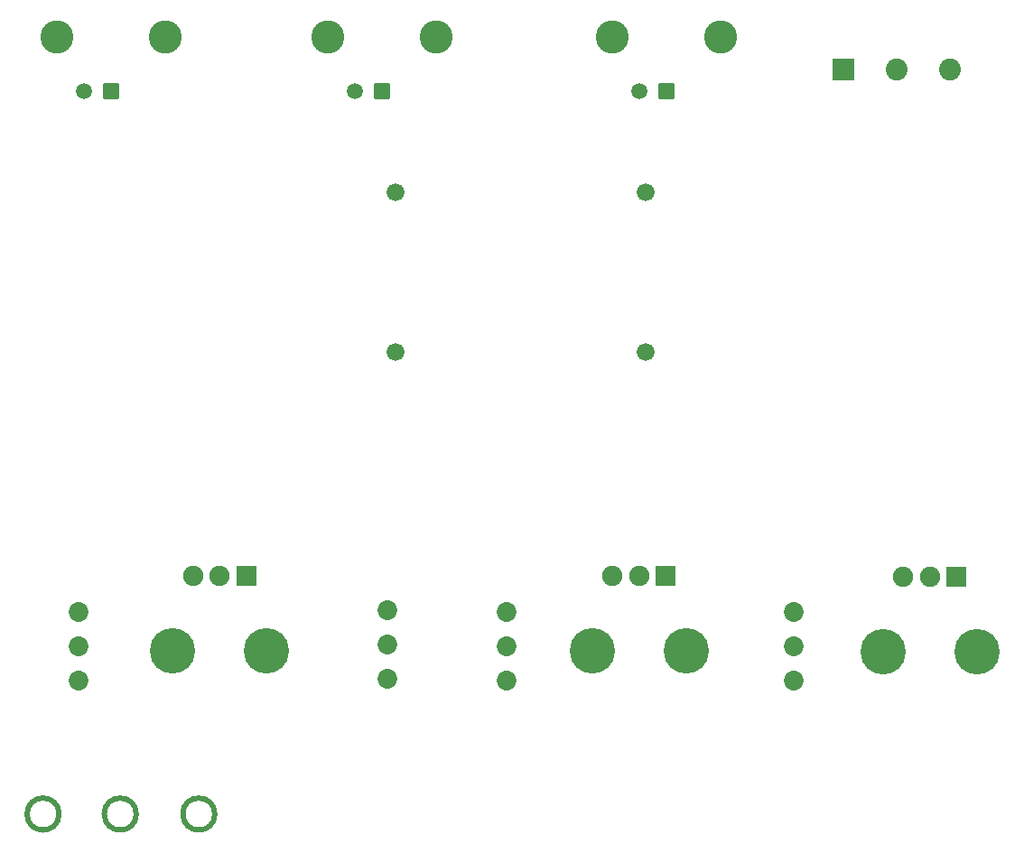
<source format=gbr>
%TF.GenerationSoftware,KiCad,Pcbnew,7.0.9*%
%TF.CreationDate,2024-05-07T07:23:08+02:00*%
%TF.ProjectId,ElectronicDuffing,456c6563-7472-46f6-9e69-634475666669,v 1.1*%
%TF.SameCoordinates,Original*%
%TF.FileFunction,Soldermask,Bot*%
%TF.FilePolarity,Negative*%
%FSLAX46Y46*%
G04 Gerber Fmt 4.6, Leading zero omitted, Abs format (unit mm)*
G04 Created by KiCad (PCBNEW 7.0.9) date 2024-05-07 07:23:08*
%MOMM*%
%LPD*%
G01*
G04 APERTURE LIST*
G04 Aperture macros list*
%AMRoundRect*
0 Rectangle with rounded corners*
0 $1 Rounding radius*
0 $2 $3 $4 $5 $6 $7 $8 $9 X,Y pos of 4 corners*
0 Add a 4 corners polygon primitive as box body*
4,1,4,$2,$3,$4,$5,$6,$7,$8,$9,$2,$3,0*
0 Add four circle primitives for the rounded corners*
1,1,$1+$1,$2,$3*
1,1,$1+$1,$4,$5*
1,1,$1+$1,$6,$7*
1,1,$1+$1,$8,$9*
0 Add four rect primitives between the rounded corners*
20,1,$1+$1,$2,$3,$4,$5,0*
20,1,$1+$1,$4,$5,$6,$7,0*
20,1,$1+$1,$6,$7,$8,$9,0*
20,1,$1+$1,$8,$9,$2,$3,0*%
G04 Aperture macros list end*
%ADD10C,0.500000*%
%ADD11RoundRect,0.050800X-0.975000X-0.975000X0.975000X-0.975000X0.975000X0.975000X-0.975000X0.975000X0*%
%ADD12C,2.051600*%
%ADD13RoundRect,0.050800X-0.700000X-0.700000X0.700000X-0.700000X0.700000X0.700000X-0.700000X0.700000X0*%
%ADD14C,1.501600*%
%ADD15C,3.101600*%
%ADD16C,1.851600*%
%ADD17C,1.676600*%
%ADD18RoundRect,0.050800X0.900000X0.900000X-0.900000X0.900000X-0.900000X-0.900000X0.900000X-0.900000X0*%
%ADD19C,1.901600*%
%ADD20C,4.256600*%
G04 APERTURE END LIST*
D10*
X63095000Y-154940000D02*
G75*
G03*
X63095000Y-154940000I-1500000J0D01*
G01*
X48490000Y-154940000D02*
G75*
G03*
X48490000Y-154940000I-1500000J0D01*
G01*
X55725475Y-154940000D02*
G75*
G03*
X55725475Y-154940000I-1500000J0D01*
G01*
D11*
%TO.C,J4*%
X122025000Y-85090000D03*
D12*
X127025000Y-85090000D03*
X132025000Y-85090000D03*
%TD*%
D13*
%TO.C,J3*%
X105410000Y-87120000D03*
D14*
X102870000Y-87120000D03*
D15*
X110490000Y-82040000D03*
X100330000Y-82040000D03*
%TD*%
D16*
%TO.C,S4*%
X79248000Y-135840000D03*
X79248000Y-139040000D03*
X79248000Y-142240000D03*
%TD*%
D13*
%TO.C,J1*%
X53340000Y-87120000D03*
D14*
X50800000Y-87120000D03*
D15*
X58420000Y-82040000D03*
X48260000Y-82040000D03*
%TD*%
D16*
%TO.C,S3*%
X117348000Y-135992000D03*
X117348000Y-139192000D03*
X117348000Y-142392000D03*
%TD*%
D17*
%TO.C,C2*%
X103505000Y-111640000D03*
X103505000Y-96640000D03*
%TD*%
D16*
%TO.C,S1*%
X50292000Y-135992000D03*
X50292000Y-139192000D03*
X50292000Y-142392000D03*
%TD*%
D17*
%TO.C,C1*%
X80010000Y-96640000D03*
X80010000Y-111640000D03*
%TD*%
D16*
%TO.C,S2*%
X90424000Y-135992000D03*
X90424000Y-139192000D03*
X90424000Y-142392000D03*
%TD*%
D13*
%TO.C,J2*%
X78740000Y-87120000D03*
D14*
X76200000Y-87120000D03*
D15*
X83820000Y-82040000D03*
X73660000Y-82040000D03*
%TD*%
D18*
%TO.C,P1*%
X66045000Y-132630000D03*
D19*
X63545000Y-132630000D03*
X61045000Y-132630000D03*
D20*
X67945000Y-139630000D03*
X59145000Y-139630000D03*
%TD*%
D18*
%TO.C,P2*%
X105370000Y-132630000D03*
D19*
X102870000Y-132630000D03*
X100370000Y-132630000D03*
D20*
X107270000Y-139630000D03*
X98470000Y-139630000D03*
%TD*%
D18*
%TO.C,P3*%
X132635000Y-132700000D03*
D19*
X130135000Y-132700000D03*
X127635000Y-132700000D03*
D20*
X134535000Y-139700000D03*
X125735000Y-139700000D03*
%TD*%
M02*

</source>
